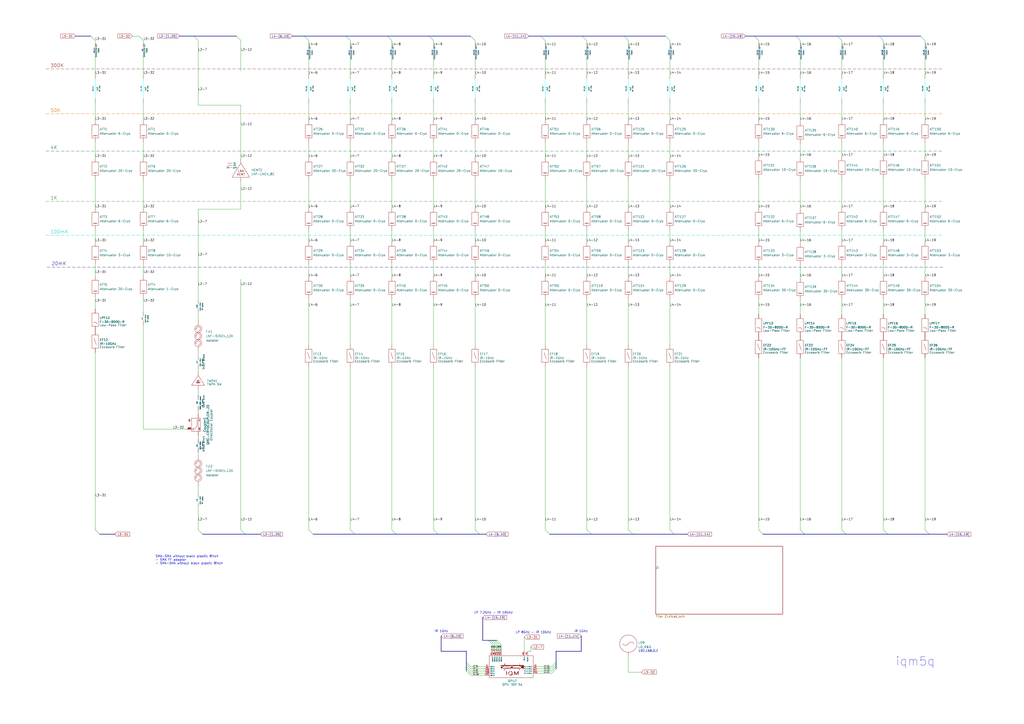
<source format=kicad_sch>
(kicad_sch (version 20230121) (generator eeschema)
  (paper "A2")
  (title_block (title "XLD Setup Q2 2023") (date "2023-06-14") (company "Technology Innovation Institute"))
  (no_connect (at 132.08 97.155))
  (bus_entry (at 536.575 307.34) (size 2.54 2.54))
  (bus_entry (at 270.51 384.175) (size 2.54 2.54))
  (bus_entry (at 270.51 386.715) (size 2.54 2.54))
  (bus_entry (at 139.7 23.495) (size -2.54 -2.54))
  (bus_entry (at 322.58 385.445) (size -2.54 2.54))
  (bus_entry (at 322.58 384.175) (size -2.54 2.54))
  (bus_entry (at 287.02 371.475) (size 2.54 2.54))
  (bus_entry (at 364.49 307.34) (size 2.54 2.54))
  (bus_entry (at 322.58 387.985) (size -2.54 2.54))
  (bus_entry (at 512.445 23.495) (size -2.54 -2.54))
  (bus_entry (at 270.51 385.445) (size 2.54 2.54))
  (bus_entry (at 284.48 371.475) (size 2.54 2.54))
  (bus_entry (at 251.46 23.495) (size -2.54 -2.54))
  (bus_entry (at 203.2 307.34) (size 2.54 2.54))
  (bus_entry (at 55.245 307.34) (size 2.54 2.54))
  (bus_entry (at 488.315 23.495) (size -2.54 -2.54))
  (bus_entry (at 440.055 23.495) (size -2.54 -2.54))
  (bus_entry (at 227.33 23.495) (size -2.54 -2.54))
  (bus_entry (at 464.185 23.495) (size -2.54 -2.54))
  (bus_entry (at 114.935 23.495) (size -2.54 -2.54))
  (bus_entry (at 340.36 307.34) (size 2.54 2.54))
  (bus_entry (at 139.7 307.34) (size 2.54 2.54))
  (bus_entry (at 203.2 23.495) (size -2.54 -2.54))
  (bus_entry (at 285.75 371.475) (size 2.54 2.54))
  (bus_entry (at 55.245 23.495) (size -2.54 -2.54))
  (bus_entry (at 275.59 307.34) (size 2.54 2.54))
  (bus_entry (at 322.58 386.715) (size -2.54 2.54))
  (bus_entry (at 179.07 307.34) (size 2.54 2.54))
  (bus_entry (at 114.935 307.34) (size 2.54 2.54))
  (bus_entry (at 388.62 307.34) (size 2.54 2.54))
  (bus_entry (at 440.055 307.34) (size 2.54 2.54))
  (bus_entry (at 227.33 307.34) (size 2.54 2.54))
  (bus_entry (at 316.23 23.495) (size -2.54 -2.54))
  (bus_entry (at 275.59 23.495) (size -2.54 -2.54))
  (bus_entry (at 364.49 23.495) (size -2.54 -2.54))
  (bus_entry (at 288.29 371.475) (size 2.54 2.54))
  (bus_entry (at 512.445 307.34) (size 2.54 2.54))
  (bus_entry (at 270.51 389.255) (size 2.54 2.54))
  (bus_entry (at 270.51 387.985) (size 2.54 2.54))
  (bus_entry (at 488.315 307.34) (size 2.54 2.54))
  (bus_entry (at 179.07 23.495) (size -2.54 -2.54))
  (bus_entry (at 251.46 307.34) (size 2.54 2.54))
  (bus_entry (at 536.575 23.495) (size -2.54 -2.54))
  (bus_entry (at 464.185 307.34) (size 2.54 2.54))
  (bus_entry (at 283.21 371.475) (size 2.54 2.54))
  (bus_entry (at 83.185 23.495) (size -2.54 -2.54))
  (bus_entry (at 340.36 23.495) (size -2.54 -2.54))
  (bus_entry (at 388.62 23.495) (size -2.54 -2.54))
  (bus_entry (at 316.23 307.34) (size 2.54 2.54))
  (wire (pts (xy 464.185 207.645) (xy 464.185 307.34)))
  (bus (pts (xy 322.58 386.715) (xy 322.58 385.445)))
  (wire (pts (xy 139.7 105.41) (xy 139.7 121.285)))
  (wire (pts (xy 440.055 34.29) (xy 440.055 43.18)))
  (polyline (pts (xy 26.67 40.005) (xy 546.735 40.005)) (stroke (width 0) (type dash_dot) (color 132 0 0 1)))
  (bus (pts (xy 142.24 309.88) (xy 151.13 309.88)))
  (bus (pts (xy 200.66 20.955) (xy 176.53 20.955)))
  (polyline (pts (xy 27.305 154.94) (xy 547.37 154.94)) (stroke (width 0) (type dash_dot) (color 0 0 132 1)))
  (wire (pts (xy 179.07 59.69) (xy 179.07 69.85)))
  (wire (pts (xy 114.935 254.635) (xy 114.935 252.73)))
  (wire (pts (xy 114.935 23.495) (xy 114.935 60.96)))
  (wire (pts (xy 275.59 104.14) (xy 275.59 120.65)))
  (wire (pts (xy 488.315 103.505) (xy 488.315 120.65)))
  (bus (pts (xy 442.595 309.88) (xy 466.725 309.88)))
  (wire (pts (xy 203.2 59.69) (xy 203.2 69.85)))
  (bus (pts (xy 322.58 384.175) (xy 322.58 377.825)))
  (wire (pts (xy 83.185 172.72) (xy 83.185 180.975)))
  (wire (pts (xy 203.2 153.035) (xy 203.2 160.655)))
  (bus (pts (xy 104.14 20.955) (xy 112.395 20.955)))
  (wire (pts (xy 536.575 133.35) (xy 536.575 140.335)))
  (bus (pts (xy 337.185 368.935) (xy 337.185 377.825)))
  (bus (pts (xy 485.775 20.955) (xy 461.645 20.955)))
  (wire (pts (xy 512.445 23.495) (xy 512.445 26.67)))
  (wire (pts (xy 364.49 104.14) (xy 364.49 120.65)))
  (bus (pts (xy 248.92 20.955) (xy 224.79 20.955)))
  (wire (pts (xy 536.575 103.505) (xy 536.575 120.65)))
  (wire (pts (xy 316.23 23.495) (xy 316.23 26.67)))
  (wire (pts (xy 512.445 153.035) (xy 512.445 160.655)))
  (bus (pts (xy 181.61 309.88) (xy 205.74 309.88)))
  (wire (pts (xy 114.935 281.94) (xy 114.935 286.385)))
  (wire (pts (xy 488.315 59.69) (xy 488.315 69.85)))
  (wire (pts (xy 179.07 173.355) (xy 179.07 200.025)))
  (bus (pts (xy 342.9 309.88) (xy 367.03 309.88)))
  (wire (pts (xy 251.46 173.355) (xy 251.46 200.025)))
  (wire (pts (xy 464.185 83.185) (xy 464.185 91.44)))
  (bus (pts (xy 337.82 20.955) (xy 313.69 20.955)))
  (wire (pts (xy 536.575 59.69) (xy 536.575 69.85)))
  (bus (pts (xy 273.05 20.955) (xy 248.92 20.955)))
  (wire (pts (xy 179.07 104.14) (xy 179.07 120.65)))
  (wire (pts (xy 179.07 153.035) (xy 179.07 160.655)))
  (wire (pts (xy 464.185 173.99) (xy 464.185 182.245)))
  (bus (pts (xy 322.58 387.985) (xy 322.58 386.715)))
  (wire (pts (xy 372.11 389.89) (xy 364.49 389.89)))
  (wire (pts (xy 488.315 82.55) (xy 488.315 90.805)))
  (wire (pts (xy 464.185 104.14) (xy 464.185 121.285)))
  (bus (pts (xy 255.905 368.935) (xy 255.905 377.825)))
  (wire (pts (xy 388.62 104.14) (xy 388.62 120.65)))
  (wire (pts (xy 203.2 104.14) (xy 203.2 120.65)))
  (wire (pts (xy 227.33 212.725) (xy 227.33 307.34)))
  (wire (pts (xy 464.185 34.29) (xy 464.185 43.18)))
  (bus (pts (xy 137.16 20.955) (xy 112.395 20.955)))
  (wire (pts (xy 203.2 82.55) (xy 203.2 91.44)))
  (wire (pts (xy 227.33 173.355) (xy 227.33 200.025)))
  (wire (pts (xy 388.62 153.035) (xy 388.62 160.655)))
  (wire (pts (xy 512.445 133.35) (xy 512.445 140.335)))
  (wire (pts (xy 83.185 82.55) (xy 83.185 91.44)))
  (wire (pts (xy 227.33 23.495) (xy 227.33 26.67)))
  (wire (pts (xy 55.245 153.035) (xy 55.245 160.02)))
  (wire (pts (xy 83.185 33.02) (xy 83.185 43.18)))
  (polyline (pts (xy 26.67 116.84) (xy 546.735 116.84)) (stroke (width 0) (type dash_dot) (color 0 132 0 1)))
  (wire (pts (xy 227.33 59.69) (xy 227.33 69.85)))
  (wire (pts (xy 320.04 386.715) (xy 311.785 386.715)))
  (wire (pts (xy 114.935 213.995) (xy 114.935 215.265)))
  (wire (pts (xy 114.935 294.005) (xy 114.935 307.34)))
  (wire (pts (xy 179.07 23.495) (xy 179.07 26.67)))
  (bus (pts (xy 283.21 371.475) (xy 280.035 371.475)))
  (bus (pts (xy 57.785 309.88) (xy 66.675 309.88)))
  (wire (pts (xy 340.36 82.55) (xy 340.36 91.44)))
  (wire (pts (xy 488.315 34.29) (xy 488.315 43.18)))
  (wire (pts (xy 55.245 82.55) (xy 55.245 91.44)))
  (wire (pts (xy 388.62 34.29) (xy 388.62 43.18)))
  (bus (pts (xy 322.58 385.445) (xy 322.58 384.175)))
  (bus (pts (xy 490.855 309.88) (xy 514.985 309.88)))
  (wire (pts (xy 273.05 391.795) (xy 281.305 391.795)))
  (wire (pts (xy 203.2 133.35) (xy 203.2 140.335)))
  (wire (pts (xy 139.7 23.495) (xy 139.7 41.275)))
  (wire (pts (xy 440.055 207.645) (xy 440.055 307.34)))
  (wire (pts (xy 388.62 23.495) (xy 388.62 26.67)))
  (wire (pts (xy 488.315 207.645) (xy 488.315 307.34)))
  (wire (pts (xy 340.36 59.69) (xy 340.36 69.85)))
  (wire (pts (xy 307.975 377.825) (xy 306.07 377.825)))
  (wire (pts (xy 83.185 133.35) (xy 83.185 140.335)))
  (wire (pts (xy 512.445 207.645) (xy 512.445 307.34)))
  (wire (pts (xy 83.185 153.035) (xy 83.185 160.02)))
  (wire (pts (xy 251.46 34.29) (xy 251.46 43.18)))
  (wire (pts (xy 55.245 23.495) (xy 55.245 25.4)))
  (wire (pts (xy 340.36 212.725) (xy 340.36 307.34)))
  (wire (pts (xy 83.185 104.14) (xy 83.185 120.65)))
  (wire (pts (xy 536.575 173.355) (xy 536.575 182.245)))
  (wire (pts (xy 285.75 374.015) (xy 285.75 377.825)))
  (wire (pts (xy 273.05 387.985) (xy 281.305 387.985)))
  (bus (pts (xy 386.08 20.955) (xy 361.95 20.955)))
  (bus (pts (xy 270.51 387.985) (xy 270.51 386.715)))
  (wire (pts (xy 388.62 59.69) (xy 388.62 69.85)))
  (wire (pts (xy 340.36 153.035) (xy 340.36 160.655)))
  (wire (pts (xy 340.36 133.35) (xy 340.36 140.335)))
  (wire (pts (xy 364.49 34.29) (xy 364.49 43.18)))
  (wire (pts (xy 203.2 212.725) (xy 203.2 307.34)))
  (wire (pts (xy 364.49 389.89) (xy 364.49 381)))
  (wire (pts (xy 273.05 390.525) (xy 281.305 390.525)))
  (wire (pts (xy 440.055 82.55) (xy 440.055 90.805)))
  (wire (pts (xy 512.445 34.29) (xy 512.445 43.18)))
  (bus (pts (xy 287.02 371.475) (xy 285.75 371.475)))
  (wire (pts (xy 364.49 133.35) (xy 364.49 140.335)))
  (wire (pts (xy 290.83 374.015) (xy 290.83 377.825)))
  (bus (pts (xy 337.185 377.825) (xy 322.58 377.825)))
  (wire (pts (xy 251.46 153.035) (xy 251.46 160.655)))
  (wire (pts (xy 179.07 34.29) (xy 179.07 43.18)))
  (wire (pts (xy 488.315 23.495) (xy 488.315 26.67)))
  (wire (pts (xy 55.245 172.72) (xy 55.245 179.07)))
  (wire (pts (xy 287.02 374.015) (xy 287.02 377.825)))
  (wire (pts (xy 388.62 212.725) (xy 388.62 307.34)))
  (wire (pts (xy 307.975 375.285) (xy 307.975 377.825)))
  (wire (pts (xy 440.055 133.35) (xy 440.055 140.335)))
  (wire (pts (xy 251.46 104.14) (xy 251.46 120.65)))
  (wire (pts (xy 251.46 59.69) (xy 251.46 69.85)))
  (wire (pts (xy 139.7 161.925) (xy 139.7 307.34)))
  (wire (pts (xy 388.62 133.35) (xy 388.62 140.335)))
  (wire (pts (xy 464.185 23.495) (xy 464.185 26.67)))
  (wire (pts (xy 340.36 34.29) (xy 340.36 43.18)))
  (wire (pts (xy 488.315 153.035) (xy 488.315 160.655)))
  (wire (pts (xy 114.935 262.255) (xy 114.935 264.16)))
  (wire (pts (xy 114.935 181.61) (xy 114.935 186.055)))
  (wire (pts (xy 275.59 133.35) (xy 275.59 140.335)))
  (wire (pts (xy 536.575 34.29) (xy 536.575 43.18)))
  (wire (pts (xy 55.245 104.14) (xy 55.245 120.65)))
  (wire (pts (xy 83.185 248.92) (xy 108.585 248.92)))
  (wire (pts (xy 536.575 82.55) (xy 536.575 90.805)))
  (wire (pts (xy 114.935 203.835) (xy 114.935 206.375)))
  (bus (pts (xy 514.985 309.88) (xy 539.115 309.88)))
  (wire (pts (xy 512.445 59.69) (xy 512.445 69.85)))
  (wire (pts (xy 320.04 390.525) (xy 311.785 390.525)))
  (wire (pts (xy 227.33 34.29) (xy 227.33 43.18)))
  (bus (pts (xy 288.29 371.475) (xy 287.02 371.475)))
  (wire (pts (xy 275.59 23.495) (xy 275.59 26.67)))
  (wire (pts (xy 227.33 153.035) (xy 227.33 160.655)))
  (wire (pts (xy 536.575 207.645) (xy 536.575 307.34)))
  (wire (pts (xy 440.055 59.69) (xy 440.055 69.85)))
  (bus (pts (xy 280.035 358.14) (xy 280.035 371.475)))
  (wire (pts (xy 464.185 153.67) (xy 464.185 161.29)))
  (wire (pts (xy 179.07 212.725) (xy 179.07 307.34)))
  (bus (pts (xy 43.815 20.955) (xy 52.705 20.955)))
  (wire (pts (xy 316.23 59.69) (xy 316.23 69.85)))
  (bus (pts (xy 461.645 20.955) (xy 437.515 20.955)))
  (bus (pts (xy 270.51 386.715) (xy 270.51 385.445)))
  (wire (pts (xy 364.49 59.69) (xy 364.49 69.85)))
  (wire (pts (xy 320.04 387.985) (xy 311.785 387.985)))
  (wire (pts (xy 440.055 103.505) (xy 440.055 120.65)))
  (wire (pts (xy 55.245 133.35) (xy 55.245 140.335)))
  (bus (pts (xy 117.475 309.88) (xy 142.24 309.88)))
  (wire (pts (xy 275.59 59.69) (xy 275.59 69.85)))
  (bus (pts (xy 284.48 371.475) (xy 283.21 371.475)))
  (bus (pts (xy 367.03 309.88) (xy 391.16 309.88)))
  (wire (pts (xy 251.46 23.495) (xy 251.46 26.67)))
  (wire (pts (xy 488.315 173.355) (xy 488.315 182.245)))
  (wire (pts (xy 227.33 104.14) (xy 227.33 120.65)))
  (wire (pts (xy 464.185 59.69) (xy 464.185 70.485)))
  (bus (pts (xy 361.95 20.955) (xy 337.82 20.955)))
  (wire (pts (xy 114.935 226.06) (xy 114.935 229.235)))
  (wire (pts (xy 273.05 386.715) (xy 281.305 386.715)))
  (bus (pts (xy 391.16 309.88) (xy 398.78 309.88)))
  (wire (pts (xy 55.245 59.69) (xy 55.245 69.85)))
  (wire (pts (xy 179.07 82.55) (xy 179.07 91.44)))
  (wire (pts (xy 114.935 121.285) (xy 114.935 173.99)))
  (wire (pts (xy 275.59 173.355) (xy 275.59 200.025)))
  (wire (pts (xy 512.445 103.505) (xy 512.445 120.65)))
  (wire (pts (xy 340.36 104.14) (xy 340.36 120.65)))
  (wire (pts (xy 536.575 153.035) (xy 536.575 160.655)))
  (wire (pts (xy 227.33 133.35) (xy 227.33 140.335)))
  (wire (pts (xy 139.7 60.96) (xy 139.7 92.075)))
  (wire (pts (xy 440.055 23.495) (xy 440.055 26.67)))
  (wire (pts (xy 320.04 389.255) (xy 311.785 389.255)))
  (wire (pts (xy 179.07 133.35) (xy 179.07 140.335)))
  (wire (pts (xy 83.185 59.69) (xy 83.185 69.85)))
  (wire (pts (xy 275.59 212.725) (xy 275.59 307.34)))
  (wire (pts (xy 76.835 20.955) (xy 80.645 20.955)))
  (wire (pts (xy 388.62 82.55) (xy 388.62 91.44)))
  (bus (pts (xy 278.13 309.88) (xy 281.94 309.88)))
  (wire (pts (xy 275.59 34.29) (xy 275.59 43.18)))
  (wire (pts (xy 316.23 104.14) (xy 316.23 120.65)))
  (wire (pts (xy 304.165 369.57) (xy 304.165 377.825)))
  (wire (pts (xy 316.23 34.29) (xy 316.23 43.18)))
  (wire (pts (xy 251.46 82.55) (xy 251.46 91.44)))
  (wire (pts (xy 364.49 23.495) (xy 364.49 26.67)))
  (wire (pts (xy 388.62 173.355) (xy 388.62 200.025)))
  (wire (pts (xy 289.56 374.015) (xy 289.56 377.825)))
  (wire (pts (xy 251.46 212.725) (xy 251.46 307.34)))
  (bus (pts (xy 254 309.88) (xy 278.13 309.88)))
  (wire (pts (xy 251.46 133.35) (xy 251.46 140.335)))
  (wire (pts (xy 316.23 133.35) (xy 316.23 140.335)))
  (wire (pts (xy 83.185 23.495) (xy 83.185 25.4)))
  (bus (pts (xy 229.87 309.88) (xy 254 309.88)))
  (wire (pts (xy 440.055 173.355) (xy 440.055 182.245)))
  (wire (pts (xy 55.245 204.47) (xy 55.245 307.34)))
  (wire (pts (xy 114.935 121.285) (xy 139.7 121.285)))
  (polyline (pts (xy 26.67 87.63) (xy 546.735 87.63)) (stroke (width 0) (type dash_dot) (color 0 72 72 1)))
  (bus (pts (xy 539.115 309.88) (xy 549.275 309.88)))
  (wire (pts (xy 340.36 173.355) (xy 340.36 200.025)))
  (bus (pts (xy 176.53 20.955) (xy 169.545 20.955)))
  (wire (pts (xy 512.445 173.355) (xy 512.445 182.245)))
  (wire (pts (xy 114.935 238.125) (xy 114.935 240.03)))
  (wire (pts (xy 275.59 82.55) (xy 275.59 91.44)))
  (wire (pts (xy 83.185 188.595) (xy 83.185 248.92)))
  (bus (pts (xy 270.51 385.445) (xy 270.51 384.175)))
  (wire (pts (xy 316.23 212.725) (xy 316.23 307.34)))
  (wire (pts (xy 364.49 173.355) (xy 364.49 200.025)))
  (bus (pts (xy 534.035 20.955) (xy 509.905 20.955)))
  (bus (pts (xy 224.79 20.955) (xy 200.66 20.955)))
  (wire (pts (xy 273.05 389.255) (xy 281.305 389.255)))
  (wire (pts (xy 536.575 23.495) (xy 536.575 26.67)))
  (wire (pts (xy 316.23 173.355) (xy 316.23 200.025)))
  (wire (pts (xy 440.055 153.035) (xy 440.055 160.655)))
  (polyline (pts (xy 26.67 136.525) (xy 546.735 136.525)) (stroke (width 0) (type dash_dot) (color 0 194 194 1)))
  (wire (pts (xy 203.2 173.355) (xy 203.2 200.025)))
  (bus (pts (xy 318.77 309.88) (xy 342.9 309.88)))
  (wire (pts (xy 316.23 82.55) (xy 316.23 91.44)))
  (bus (pts (xy 466.725 309.88) (xy 490.855 309.88)))
  (bus (pts (xy 270.51 384.175) (xy 270.51 377.825)))
  (wire (pts (xy 288.29 374.015) (xy 288.29 377.825)))
  (wire (pts (xy 464.185 133.985) (xy 464.185 140.97)))
  (bus (pts (xy 509.905 20.955) (xy 485.775 20.955)))
  (bus (pts (xy 313.69 20.955) (xy 306.705 20.955)))
  (bus (pts (xy 205.74 309.88) (xy 229.87 309.88)))
  (polyline (pts (xy 26.67 66.04) (xy 546.735 66.04)) (stroke (width 0) (type dash_dot) (color 204 102 0 1)))
  (wire (pts (xy 364.49 153.035) (xy 364.49 160.655)))
  (wire (pts (xy 227.33 82.55) (xy 227.33 91.44)))
  (wire (pts (xy 488.315 133.35) (xy 488.315 140.335)))
  (bus (pts (xy 255.905 377.825) (xy 270.51 377.825)))
  (wire (pts (xy 364.49 212.725) (xy 364.49 307.34)))
  (wire (pts (xy 203.2 23.495) (xy 203.2 26.67)))
  (wire (pts (xy 340.36 23.495) (xy 340.36 26.67)))
  (bus (pts (xy 437.515 20.955) (xy 432.435 20.955)))
  (wire (pts (xy 364.49 82.55) (xy 364.49 91.44)))
  (wire (pts (xy 512.445 82.55) (xy 512.445 90.805)))
  (wire (pts (xy 55.245 33.02) (xy 55.245 43.18)))
  (wire (pts (xy 203.2 34.29) (xy 203.2 43.18)))
  (bus (pts (xy 270.51 389.255) (xy 270.51 387.985)))
  (wire (pts (xy 316.23 153.035) (xy 316.23 160.655)))
  (wire (pts (xy 114.935 60.96) (xy 139.7 60.96)))
  (wire (pts (xy 275.59 153.035) (xy 275.59 160.655)))
  (bus (pts (xy 285.75 371.475) (xy 284.48 371.475)))
  (text "300K" (at 29.21 39.37 0) (effects (font (size 2 2)) (justify left bottom)))
  (text "192.168.0.?\n" (at 370.205 378.46 0) (effects (font (size 1.27 1.27)) (justify left bottom)))
  (text "LP 8GHz - IR 10GHz" (at 299.085 367.665 0) (effects (font (size 1.27 1.27)) (justify left bottom)))
  (text "100mK" (at 29.21 135.89 0) (effects (font (size 2 2)) (justify left bottom)))
  (text "LP 7.2GHz - IR 10GHz" (at 274.955 356.235 0) (effects (font (size 1.27 1.27)) (justify left bottom)))
  (text "IR 1GHz" (at 252.095 367.03 0) (effects (font (size 1.27 1.27)) (justify left bottom)))
  (text "Steel one\n" (at 118.745 236.855 90) (effects (font (size 1 1)) (justify left bottom)))
  (text "4K" (at 29.21 86.995 0) (effects (font (size 2 2)) (justify left bottom)))
  (text "SMA-SMA without black plastic 8inch \n- SMA FF adaptor \n- SMA-SMA without black plastic 8inch" (at 90.17 327.66 0) (effects (font (size 1.27 1.27)) (justify left bottom)))
  (text "50K" (at 29.21 65.405 0) (effects (font (size 2 2)) (justify left bottom)))
  (text "1K" (at 29.21 116.205 0) (effects (font (size 2 2)) (justify left bottom)))
  (text "IR 1GHz" (at 340.995 367.03 0) (effects (font (size 1.27 1.27)) (justify right bottom)))
  (text "Brass 8inch" (at 118.745 262.255 90) (effects (font (size 1 1)) (justify left bottom)))
  (text "20mK" (at 29.845 154.305 0) (effects (font (size 2 2)) (justify left bottom)))
  (text "iqm5q" (at 519.43 386.715 0) (effects (font (size 5 5)) (justify left bottom)))
  (text "Short Brass" (at 118.745 214.63 90) (effects (font (size 1 1)) (justify left bottom)))
  (label "L4-16" (at 287.02 377.825 90) (effects (font (size 0.64 0.64))))
  (label "L2-12" (at 139.7 91.44 0))
  (label "L4-10" (at 275.59 160.655 0))
  (label "L3-32" (at 100.33 248.92 0))
  (label "L2-12" (at 139.7 29.845 0))
  (label "L4-19" (at 536.575 120.65 0))
  (label "L4-7" (at 203.2 120.65 0))
  (label "L3-32" (at 83.185 140.335 0))
  (label "L4-8" (at 227.33 69.85 0))
  (label "L4-12" (at 318.77 387.985 180) (effects (font (size 0.64 0.64))))
  (label "L3-31" (at 55.245 288.29 0))
  (label "L3-31" (at 55.245 23.495 0))
  (label "L2-12" (at 139.7 165.735 0))
  (label "L4-11" (at 316.23 177.8 0))
  (label "L4-19" (at 536.575 177.8 0))
  (label "L4-16" (at 464.185 177.8 0))
  (label "L4-11" (at 316.23 302.26 0))
  (label "L4-19" (at 536.575 160.655 0))
  (label "L3-32" (at 83.185 158.75 0))
  (label "L4-8" (at 227.33 302.26 0))
  (label "L4-10" (at 274.32 391.795 0) (effects (font (size 0.64 0.64))))
  (label "L3-31" (at 55.245 43.18 0))
  (label "L4-18" (at 512.445 43.18 0))
  (label "L4-6" (at 179.07 26.67 0))
  (label "L4-16" (at 464.185 90.805 0))
  (label "L2-7" (at 114.935 165.735 0))
  (label "L4-8" (at 227.33 43.18 0))
  (label "L4-6" (at 179.07 302.26 0))
  (label "L4-14" (at 388.62 69.85 0))
  (label "L4-6" (at 179.07 140.335 0))
  (label "L4-11" (at 316.23 91.44 0))
  (label "L4-15" (at 440.055 120.65 0))
  (label "L4-6" (at 179.07 120.65 0))
  (label "L4-8" (at 227.33 26.67 0))
  (label "L4-9" (at 274.32 390.525 0) (effects (font (size 0.64 0.64))))
  (label "L4-6" (at 179.07 160.655 0))
  (label "L4-11" (at 316.23 43.18 0))
  (label "L4-14" (at 388.62 120.65 0))
  (label "L4-15" (at 440.055 160.655 0))
  (label "L4-13" (at 364.49 160.655 0))
  (label "L4-17" (at 488.315 302.26 0))
  (label "L4-6" (at 179.07 69.85 0))
  (label "L4-17" (at 488.315 140.335 0))
  (label "L4-13" (at 364.49 140.335 0))
  (label "L4-17" (at 488.315 26.67 0))
  (label "L4-16" (at 464.185 302.26 0))
  (label "L4-8" (at 227.33 140.335 0))
  (label "L4-18" (at 512.445 26.67 0))
  (label "L4-17" (at 488.315 69.85 0))
  (label "L4-12" (at 340.36 120.65 0))
  (label "L2-12" (at 139.7 110.49 0))
  (label "L4-19" (at 290.83 377.825 90) (effects (font (size 0.64 0.64))))
  (label "L4-14" (at 388.62 140.335 0))
  (label "L3-31" (at 55.245 91.44 0))
  (label "L4-16" (at 464.185 43.18 0))
  (label "L4-7" (at 203.2 26.67 0))
  (label "L4-9" (at 251.46 160.655 0))
  (label "L4-11" (at 316.23 160.655 0))
  (label "L4-13" (at 364.49 91.44 0))
  (label "L4-16" (at 464.185 69.85 0))
  (label "L4-17" (at 288.29 377.825 90) (effects (font (size 0.64 0.64))))
  (label "L4-19" (at 536.575 140.335 0))
  (label "L4-18" (at 289.56 377.825 90) (effects (font (size 0.64 0.64))))
  (label "L3-32" (at 83.185 91.44 0))
  (label "L4-18" (at 512.445 177.8 0))
  (label "L4-10" (at 275.59 120.65 0))
  (label "L2-7" (at 114.935 29.845 0))
  (label "L4-15" (at 285.75 377.825 90) (effects (font (size 0.64 0.64))))
  (label "L4-9" (at 251.46 120.65 0))
  (label "L4-7" (at 203.2 140.335 0))
  (label "L4-8" (at 227.33 160.655 0))
  (label "L4-8" (at 227.33 91.44 0))
  (label "L4-7" (at 203.2 43.18 0))
  (label "L4-18" (at 512.445 120.65 0))
  (label "L4-15" (at 440.055 177.8 0))
  (label "L4-12" (at 340.36 160.655 0))
  (label "L4-10" (at 275.59 69.85 0))
  (label "L4-9" (at 251.46 43.18 0))
  (label "L4-9" (at 251.46 302.26 0))
  (label "L4-10" (at 275.59 26.67 0))
  (label "L4-13" (at 364.49 177.8 0))
  (label "L4-11" (at 316.23 120.65 0))
  (label "L4-8" (at 227.33 120.65 0))
  (label "L4-7" (at 203.2 177.8 0))
  (label "L4-14" (at 388.62 26.67 0))
  (label "L4-16" (at 464.185 26.67 0))
  (label "L4-7" (at 203.2 302.26 0))
  (label "L3-31" (at 55.245 120.65 0))
  (label "L4-8" (at 274.32 389.255 0) (effects (font (size 0.64 0.64))))
  (label "L2-7" (at 114.935 302.26 0))
  (label "L4-6" (at 179.07 43.18 0))
  (label "L4-9" (at 251.46 140.335 0))
  (label "L4-19" (at 536.575 90.805 0))
  (label "L2-7" (at 114.935 129.54 0))
  (label "L3-32" (at 83.185 175.26 0))
  (label "L3-31" (at 55.245 69.85 0))
  (label "L4-13" (at 364.49 302.26 0))
  (label "L4-9" (at 251.46 69.85 0))
  (label "L4-6" (at 179.07 91.44 0))
  (label "L4-12" (at 340.36 69.85 0))
  (label "L4-14" (at 318.77 390.525 180) (effects (font (size 0.64 0.64))))
  (label "L3-31" (at 55.245 158.75 0))
  (label "L4-13" (at 364.49 43.18 0))
  (label "L4-18" (at 512.445 302.26 0))
  (label "L4-14" (at 388.62 91.44 0))
  (label "L4-9" (at 251.46 26.67 0))
  (label "L2-12" (at 139.7 302.26 0))
  (label "L4-19" (at 536.575 43.18 0))
  (label "L4-7" (at 203.2 91.44 0))
  (label "L3-32" (at 83.185 69.85 0))
  (label "L4-6" (at 274.32 386.715 0) (effects (font (size 0.64 0.64))))
  (label "L4-12" (at 340.36 140.335 0))
  (label "L4-15" (at 440.055 140.335 0))
  (label "L4-15" (at 440.055 26.67 0))
  (label "L4-15" (at 440.055 69.85 0))
  (label "L3-31" (at 55.245 175.26 0))
  (label "L4-14" (at 388.62 160.655 0))
  (label "L2-12" (at 139.7 73.025 0))
  (label "L4-17" (at 488.315 160.655 0))
  (label "L3-32" (at 83.185 120.65 0))
  (label "L4-13" (at 318.77 389.255 180) (effects (font (size 0.64 0.64))))
  (label "L4-12" (at 340.36 43.18 0))
  (label "L4-6" (at 179.07 177.8 0))
  (label "L4-10" (at 275.59 140.335 0))
  (label "L4-8" (at 227.33 177.8 0))
  (label "L4-14" (at 388.62 302.26 0))
  (label "L4-12" (at 340.36 302.26 0))
  (label "L4-19" (at 536.575 69.85 0))
  (label "L4-10" (at 275.59 43.18 0))
  (label "L4-18" (at 512.445 140.335 0))
  (label "L4-12" (at 340.36 26.67 0))
  (label "L3-32" (at 83.185 23.495 0))
  (label "L4-16" (at 464.185 140.335 0))
  (label "L4-18" (at 512.445 160.655 0))
  (label "L4-9" (at 251.46 91.44 0))
  (label "L4-17" (at 488.315 120.65 0))
  (label "L4-14" (at 388.62 43.18 0))
  (label "L4-16" (at 464.185 120.65 0))
  (label "L4-16" (at 464.185 160.655 0))
  (label "L4-17" (at 488.315 177.8 0))
  (label "L4-10" (at 275.59 91.44 0))
  (label "L4-19" (at 536.575 26.67 0))
  (label "L4-10" (at 275.59 177.8 0))
  (label "L4-17" (at 488.315 43.18 0))
  (label "L4-14" (at 388.62 177.8 0))
  (label "L4-11" (at 318.77 386.715 180) (effects (font (size 0.64 0.64))))
  (label "L4-7" (at 203.2 69.85 0))
  (label "L2-7" (at 114.935 52.705 0))
  (label "L4-13" (at 364.49 26.67 0))
  (label "L4-12" (at 340.36 91.44 0))
  (label "L4-11" (at 316.23 140.335 0))
  (label "L4-11" (at 316.23 69.85 0))
  (label "L4-15" (at 440.055 302.26 0))
  (label "L2-7" (at 114.935 148.59 0))
  (label "L4-17" (at 488.315 90.805 0))
  (label "L4-13" (at 364.49 120.65 0))
  (label "L4-11" (at 316.23 26.67 0))
  (label "L4-9" (at 251.46 177.8 0))
  (label "L4-10" (at 275.59 302.26 0))
  (label "L4-18" (at 512.445 90.805 0))
  (label "L3-31" (at 55.245 140.335 0))
  (label "L4-12" (at 340.36 177.8 0))
  (label "L4-7" (at 274.32 387.985 0) (effects (font (size 0.64 0.64))))
  (label "L3-32" (at 83.185 43.18 0))
  (label "L4-18" (at 512.445 69.85 0))
  (label "L4-13" (at 364.49 69.85 0))
  (label "L4-19" (at 536.575 302.26 0))
  (label "L4-15" (at 440.055 43.18 0))
  (label "L4-15" (at 440.055 90.805 0))
  (label "L4-7" (at 203.2 160.655 0))
  (global_label "L2-[1..25]" (shape input) (at 151.13 309.88 0) (property "Intersheetrefs" "${INTERSHEET_REFS}" (effects hide)))
  (global_label "L4-[15..19]" (shape input) (at 432.435 20.955 180) (property "Intersheetrefs" "${INTERSHEET_REFS}" (effects hide)))
  (global_label "L3-31" (shape input) (at 43.815 20.955 180) (property "Intersheetrefs" "${INTERSHEET_REFS}" (effects hide)))
  (global_label "L3-32" (shape input) (at 372.11 389.89 0) (property "Intersheetrefs" "${INTERSHEET_REFS}" (effects hide)))
  (global_label "L4-[6..10]" (shape input) (at 255.905 368.935 0) (property "Intersheetrefs" "${INTERSHEET_REFS}" (effects hide)))
  (global_label "L4-[6..10]" (shape input) (at 169.545 20.955 180) (property "Intersheetrefs" "${INTERSHEET_REFS}" (effects hide)))
  (global_label "L4-[15..19]" (shape input) (at 280.035 358.14 0) (property "Intersheetrefs" "${INTERSHEET_REFS}" (effects hide)))
  (global_label "L3-32" (shape input) (at 76.835 20.955 180) (property "Intersheetrefs" "${INTERSHEET_REFS}" (effects hide)))
  (global_label "L4-[15..19]" (shape input) (at 549.275 309.88 0) (property "Intersheetrefs" "${INTERSHEET_REFS}" (effects hide)))
  (global_label "L2-[1..25]" (shape input) (at 104.14 20.955 180) (property "Intersheetrefs" "${INTERSHEET_REFS}" (effects hide)))
  (global_label "L4-[11..14]" (shape input) (at 337.185 368.935 180) (property "Intersheetrefs" "${INTERSHEET_REFS}" (effects hide)))
  (global_label "L4-[11..14]" (shape input) (at 398.78 309.88 0) (property "Intersheetrefs" "${INTERSHEET_REFS}" (effects hide)))
  (global_label "L3-31" (shape input) (at 66.675 309.88 0) (property "Intersheetrefs" "${INTERSHEET_REFS}" (effects hide)))
  (global_label "L4-[6..10]" (shape input) (at 281.94 309.88 0) (property "Intersheetrefs" "${INTERSHEET_REFS}" (effects hide)))
  (global_label "L2-7" (shape input) (at 307.975 375.285 0) (property "Intersheetrefs" "${INTERSHEET_REFS}" (effects hide)))
  (global_label "L3-31" (shape input) (at 304.165 369.57 0) (property "Intersheetrefs" "${INTERSHEET_REFS}" (effects hide)))
  (global_label "L4-[11..14]" (shape input) (at 306.705 20.955 180) (property "Intersheetrefs" "${INTERSHEET_REFS}" (effects hide)))
  (symbol (lib_id "Quantum Computing:RF Line NbTi") (at 227.33 51.435 90) (unit 1)
    (property "Reference" "RFL18" (at 226.06 51.435 0) (effects (font (size 0.64 0.64))))
    (property "Value" "NbTi" (at 228.6 51.435 0) (effects (font (size 0.64 0.64))))
  )
  (symbol (lib_id "Quantum Computing:Directional Coupler QMC-CRYOCOUPLER-20") (at 114.935 246.38 90) (mirror x) (unit 1)
    (property "Reference" "Coupler1" (at 118.745 246.38 0))
    (property "Value" "QMC-CRYOCOUPLER-20" (at 120.65 246.38 0))
    (instances (project "Q2_2023" (path "" (reference "Coupler1") (unit 1)) (path "" (reference "Coupler2") (unit 1)) (path "" (reference "Coupler2") (unit 1))))
  )
  (symbol (lib_id "Quantum Computing:RF Line NbTi") (at 464.185 51.435 90) (unit 1)
    (property "Reference" "RFL26" (at 462.915 51.435 0) (effects (font (size 0.64 0.64))))
    (property "Value" "NbTi" (at 465.455 51.435 0) (effects (font (size 0.64 0.64))))
  )
  (symbol (lib_id "Quantum Computing:Attenuator 0-Cryo") (at 251.46 167.005 0) (unit 1) (on_board no)
    (property "Reference" "ATT45" (at 254 165.735 0) (effects (justify left)))
    (property "Value" "Attenuator 0-Cryo" (at 254 168.275 0) (effects (justify left)))
  )
  (symbol (lib_id "Quantum Computing:RF Cable SMA-SMA") (at 83.185 184.785 90) (unit 1)
    (property "Reference" "L:1" (at 82.55 184.785 0) (effects (font (size 0.64 0.64))))
    (property "Value" "SMA-SMA" (at 84.455 184.785 0) (effects (font (size 0.64 0.64))))
    (instances (project "Q2_2023" (path "" (reference "L:1") (unit 1)) (path "" (reference "L:145") (unit 1)) (path "" (reference "L:151") (unit 1))))
  )
  (symbol (lib_id "Quantum Computing:Filter Eccosorb IR-1GHz") (at 275.59 206.375 0) (unit 1) (on_board no)
    (property "Reference" "EF17" (at 278.09 205.359 0) (effects (justify left)))
    (property "Value" "IR-1GHz" (at 278.09 207.645 0) (effects (justify left)))
  )
  (symbol (lib_id "Quantum Computing:RF Cable Minicircuits-6FT") (at 227.33 30.48 90) (unit 1)
    (property "Reference" "CBL18" (at 226.695 30.48 0) (effects (font (size 0.64 0.64))))
    (property "Value" "Minicircuits-6FT" (at 227.965 30.48 0) (effects (font (size 0.64 0.64))))
  )
  (symbol (lib_id "Quantum Computing:Attenuator 0-Cryo") (at 316.23 127 0) (unit 1) (on_board no)
    (property "Reference" "ATT53" (at 318.77 125.73 0) (effects (justify left)))
    (property "Value" "Attenuator 0-Cryo" (at 318.77 128.27 0) (effects (justify left)))
  )
  (symbol (lib_id "Quantum Computing:Filter Eccosorb IR-1GHz") (at 388.62 206.375 0) (unit 1) (on_board no)
    (property "Reference" "EF21" (at 391.12 205.359 0) (effects (justify left)))
    (property "Value" "IR-1GHz" (at 391.12 207.645 0) (effects (justify left)))
  )
  (symbol (lib_id "Quantum Computing:Filter Low-Pass F-30-8000-R") (at 536.575 188.595 0) (unit 1) (on_board no)
    (property "Reference" "LPF17" (at 539.075 187.579 0) (effects (justify left)))
    (property "Value" "F-30-8000-R" (at 539.075 189.865 0) (effects (justify left)))
  )
  (symbol (lib_id "Quantum Computing:Attenuator 6-Cryo") (at 55.245 127 0) (unit 1) (on_board no)
    (property "Reference" "ATT3" (at 57.785 125.73 0) (effects (justify left)))
    (property "Value" "Attenuator 6-Cryo" (at 57.785 128.27 0) (effects (justify left)))
  )
  (symbol (lib_id "Quantum Computing:Attenuator 6-Cryo") (at 55.245 76.2 0) (unit 1) (on_board no)
    (property "Reference" "ATT1" (at 57.785 74.93 0) (effects (justify left)))
    (property "Value" "Attenuator 6-Cryo" (at 57.785 77.47 0) (effects (justify left)))
  )
  (symbol (lib_id "Quantum Computing:RF Line NbTi") (at 203.2 51.435 90) (unit 1)
    (property "Reference" "RFL17" (at 201.93 51.435 0) (effects (font (size 0.64 0.64))))
    (property "Value" "NbTi" (at 204.47 51.435 0) (effects (font (size 0.64 0.64))))
  )
  (symbol (lib_id "Quantum Computing:Attenuator 20-Cryo") (at 340.36 97.79 0) (unit 1) (on_board no)
    (property "Reference" "ATT57" (at 342.9 96.52 0) (effects (justify left)))
    (property "Value" "Attenuator 20-Cryo" (at 342.9 99.06 0) (effects (justify left)))
  )
  (symbol (lib_id "Quantum Computing:Isolator LNF-ISISC4_12A") (at 114.935 273.05 0) (unit 1) (on_board no)
    (property "Reference" "TJI2" (at 119.38 270.51 0) (effects (justify left)))
    (property "Value" "LNF-ISISC4_12A" (at 119.38 273.05 0) (effects (justify left)))
    (instances (project "Q2_2023" (path "" (reference "TJI2") (unit 1)) (path "" (reference "TJI4") (unit 1)) (path "" (reference "TJI4") (unit 1))))
  )
  (symbol (lib_id "Quantum Computing:Isolator LNF-ISISC4_12A") (at 114.935 194.945 0) (unit 1) (on_board no)
    (property "Reference" "TJI1" (at 119.38 192.405 0) (effects (justify left)))
    (property "Value" "LNF-ISISC4_12A" (at 119.38 194.945 0) (effects (justify left)))
    (instances (project "Q2_2023" (path "" (reference "TJI1") (unit 1)) (path "" (reference "TJI3") (unit 1)) (path "" (reference "TJI3") (unit 1))))
  )
  (symbol (lib_id "Quantum Computing:Attenuator 0-Cryo") (at 227.33 76.2 0) (unit 1) (on_board no)
    (property "Reference" "ATT36" (at 229.87 74.93 0) (effects (justify left)))
    (property "Value" "Attenuator 0-Cryo" (at 229.87 77.47 0) (effects (justify left)))
  )
  (symbol (lib_id "Quantum Computing:Filter Eccosorb IR-1GHz") (at 364.49 206.375 0) (unit 1) (on_board no)
    (property "Reference" "EF20" (at 366.99 205.359 0) (effects (justify left)))
    (property "Value" "IR-1GHz" (at 366.99 207.645 0) (effects (justify left)))
  )
  (symbol (lib_id "Quantum Computing:Attenuator 0-Cryo") (at 364.49 76.2 0) (unit 1) (on_board no)
    (property "Reference" "ATT120" (at 367.03 74.93 0) (effects (justify left)))
    (property "Value" "Attenuator 0-Cryo" (at 367.03 77.47 0) (effects (justify left)))
  )
  (symbol (lib_id "Quantum Computing:Attenuator 6-Cryo") (at 440.055 76.2 0) (unit 1) (on_board no)
    (property "Reference" "ATT130" (at 442.595 74.93 0) (effects (justify left)))
    (property "Value" "Attenuator 6-Cryo" (at 442.595 77.47 0) (effects (justify left)))
  )
  (symbol (lib_id "Quantum Computing:RF Cable Minicircuits-6FT") (at 203.2 30.48 90) (unit 1)
    (property "Reference" "CBL17" (at 202.565 30.48 0) (effects (font (size 0.64 0.64))))
    (property "Value" "Minicircuits-6FT" (at 203.835 30.48 0) (effects (font (size 0.64 0.64))))
  )
  (symbol (lib_id "Quantum Computing:RF Line NbTi") (at 340.36 51.435 90) (unit 1)
    (property "Reference" "RFL22" (at 339.09 51.435 0) (effects (font (size 0.64 0.64))))
    (property "Value" "NbTi" (at 341.63 51.435 0) (effects (font (size 0.64 0.64))))
  )
  (symbol (lib_id "Quantum Computing:Attenuator 20-Cryo") (at 316.23 97.79 0) (unit 1) (on_board no)
    (property "Reference" "ATT52" (at 318.77 96.52 0) (effects (justify left)))
    (property "Value" "Attenuator 20-Cryo" (at 318.77 99.06 0) (effects (justify left)))
  )
  (symbol (lib_id "Quantum Computing:Filter Eccosorb IR-10GHz-FF") (at 512.445 201.295 0) (unit 1) (on_board no)
    (property "Reference" "EF25" (at 514.945 200.279 0) (effects (justify left)))
    (property "Value" "IR-10GHz-FF" (at 514.945 202.565 0) (effects (justify left)))
  )
  (symbol (lib_id "Quantum Computing:LO_R&S") (at 364.49 373.38 0) (unit 1) (on_board no)
    (property "Reference" "LO9" (at 370.205 372.7705 0) (effects (justify left)))
    (property "Value" "LO_R&S" (at 370.205 375.3105 0) (effects (justify left)))
    (instances (project "Q2_2023" (path "" (reference "LO9") (unit 1)) (path "" (reference "LO1") (unit 1)) (path "" (reference "LO17") (unit 1))))
  )
  (symbol (lib_id "Quantum Computing:Attenuator 6-Cryo") (at 512.445 127 0) (unit 1) (on_board no)
    (property "Reference" "ATT147" (at 514.985 125.73 0) (effects (justify left)))
    (property "Value" "Attenuator 6-Cryo" (at 514.985 128.27 0) (effects (justify left)))
  )
  (symbol (lib_id "Quantum Computing:Attenuator 0-Cryo") (at 340.36 146.685 0) (unit 1) (on_board no)
    (property "Reference" "ATT59" (at 342.9 145.415 0) (effects (justify left)))
    (property "Value" "Attenuator 0-Cryo" (at 342.9 147.955 0) (effects (justify left)))
  )
  (symbol (lib_id "Quantum Computing:Attenuator 0-Cryo") (at 340.36 167.005 0) (unit 1) (on_board no)
    (property "Reference" "ATT119" (at 342.9 165.735 0) (effects (justify left)))
    (property "Value" "Attenuator 0-Cryo" (at 342.9 168.275 0) (effects (justify left)))
  )
  (symbol (lib_id "Quantum Computing:Attenuator 30-Cryo") (at 536.575 167.005 0) (unit 1) (on_board no)
    (property "Reference" "ATT154" (at 539.115 165.735 0) (effects (justify left)))
    (property "Value" "Attenuator 30-Cryo" (at 539.115 168.275 0) (effects (justify left)))
  )
  (symbol (lib_id "Quantum Computing:Attenuator 0-Cryo") (at 203.2 127 0) (unit 1) (on_board no)
    (property "Reference" "ATT33" (at 205.74 125.73 0) (effects (justify left)))
    (property "Value" "Attenuator 0-Cryo" (at 205.74 128.27 0) (effects (justify left)))
  )
  (symbol (lib_id "Quantum Computing:Attenuator 0-Cryo") (at 388.62 146.685 0) (unit 1) (on_board no)
    (property "Reference" "ATT128" (at 391.16 145.415 0) (effects (justify left)))
    (property "Value" "Attenuator 0-Cryo" (at 391.16 147.955 0) (effects (justify left)))
  )
  (symbol (lib_id "Quantum Computing:Attenuator 30-Cryo") (at 512.445 167.005 0) (unit 1) (on_board no)
    (property "Reference" "ATT149" (at 514.985 165.735 0) (effects (justify left)))
    (property "Value" "Attenuator 30-Cryo" (at 514.985 168.275 0) (effects (justify left)))
  )
  (symbol (lib_id "Quantum Computing:RF Cable Minicircuits-6FT") (at 55.245 29.21 90) (unit 1)
    (property "Reference" "CBL14" (at 54.61 29.21 0) (effects (font (size 0.64 0.64))))
    (property "Value" "Minicircuits-6FT" (at 55.88 29.21 0) (effects (font (size 0.64 0.64))))
  )
  (symbol (lib_id "Quantum Computing:Attenuator 6-Cryo") (at 536.575 76.2 0) (unit 1) (on_board no)
    (property "Reference" "ATT150" (at 539.115 74.93 0) (effects (justify left)))
    (property "Value" "Attenuator 6-Cryo" (at 539.115 77.47 0) (effects (justify left)))
  )
  (symbol (lib_id "Quantum Computing:Attenuator 10-Cryo") (at 488.315 97.155 0) (unit 1) (on_board no)
    (property "Reference" "ATT141" (at 490.855 95.885 0) (effects (justify left)))
    (property "Value" "Attenuator 10-Cryo" (at 490.855 98.425 0) (effects (justify left)))
  )
  (symbol (lib_id "Quantum Computing:Attenuator 0-Cryo") (at 179.07 127 0) (unit 1) (on_board no)
    (property "Reference" "ATT28" (at 181.61 125.73 0) (effects (justify left)))
    (property "Value" "Attenuator 0-Cryo" (at 181.61 128.27 0) (effects (justify left)))
  )
  (symbol (lib_id "Quantum Computing:Attenuator 0-Cryo") (at 251.46 127 0) (unit 1) (on_board no)
    (property "Reference" "ATT43" (at 254 125.73 0) (effects (justify left)))
    (property "Value" "Attenuator 0-Cryo" (at 254 128.27 0) (effects (justify left)))
  )
  (symbol (lib_id "Quantum Computing:Attenuator 30-Cryo") (at 488.315 167.005 0) (unit 1) (on_board no)
    (property "Reference" "ATT144" (at 490.855 165.735 0) (effects (justify left)))
    (property "Value" "Attenuator 30-Cryo" (at 490.855 168.275 0) (effects (justify left)))
  )
  (symbol (lib_id "Quantum Computing:RF Cable Minicircuits-6FT") (at 488.315 30.48 90) (unit 1)
    (property "Reference" "CBL27" (at 487.68 30.48 0) (effects (font (size 0.64 0.64))))
    (property "Value" "Minicircuits-6FT" (at 488.95 30.48 0) (effects (font (size 0.64 0.64))))
  )
  (symbol (lib_id "Quantum Computing:Attenuator 10-Cryo") (at 464.185 97.79 0) (unit 1) (on_board no)
    (property "Reference" "ATT136" (at 466.725 96.52 0) (effects (justify left)))
    (property "Value" "Attenuator 10-Cryo" (at 466.725 99.06 0) (effects (justify left)))
  )
  (symbol (lib_id "Quantum Computing:Filter Eccosorb IR-10GHz") (at 55.245 198.12 0) (unit 1) (on_board no)
    (property "Reference" "EF12" (at 57.745 197.104 0) (effects (justify left)))
    (property "Value" "IR-10GHz" (at 57.745 199.39 0) (effects (justify left)))
  )
  (symbol (lib_id "Quantum Computing:Attenuator 6-Cryo") (at 488.315 76.2 0) (unit 1) (on_board no)
    (property "Reference" "ATT140" (at 490.855 74.93 0) (effects (justify left)))
    (property "Value" "Attenuator 6-Cryo" (at 490.855 77.47 0) (effects (justify left)))
  )
  (symbol (lib_id "Quantum Computing:Attenuator 10-Cryo") (at 440.055 97.155 0) (unit 1) (on_board no)
    (property "Reference" "ATT131" (at 442.595 95.885 0) (effects (justify left)))
    (property "Value" "Attenuator 10-Cryo" (at 442.595 98.425 0) (effects (justify left)))
  )
  (symbol (lib_id "Quantum Computing:Attenuator 0-Cryo") (at 179.07 76.2 0) (unit 1) (on_board no)
    (property "Reference" "ATT26" (at 181.61 74.93 0) (effects (justify left)))
    (property "Value" "Attenuator 0-Cryo" (at 181.61 77.47 0) (effects (justify left)))
  )
  (symbol (lib_id "Quantum Computing:Attenuator 0-Cryo") (at 316.23 146.685 0) (unit 1) (on_board no)
    (property "Reference" "ATT54" (at 318.77 145.415 0) (effects (justify left)))
    (property "Value" "Attenuator 0-Cryo" (at 318.77 147.955 0) (effects (justify left)))
  )
  (symbol (lib_id "Quantum Computing:Attenuator 20-Cryo") (at 251.46 97.79 0) (unit 1) (on_board no)
    (property "Reference" "ATT42" (at 254 96.52 0) (effects (justify left)))
    (property "Value" "Attenuator 20-Cryo" (at 254 99.06 0) (effects (justify left)))
  )
  (symbol (lib_id "Quantum Computing:RF Line NbTi") (at 275.59 51.435 90) (unit 1)
    (property "Reference" "RFL20" (at 274.32 51.435 0) (effects (font (size 0.64 0.64))))
    (property "Value" "NbTi" (at 276.86 51.435 0) (effects (font (size 0.64 0.64))))
  )
  (symbol (lib_id "Quantum Computing:Attenuator 30-Cryo") (at 464.185 167.64 0) (unit 1) (on_board no)
    (property "Reference" "ATT139" (at 466.725 166.37 0) (effects (justify left)))
    (property "Value" "Attenuator 30-Cryo" (at 466.725 168.91 0) (effects (justify left)))
  )
  (symbol (lib_id "Quantum Computing:Attenuator 6-Cryo") (at 440.055 127 0) (unit 1) (on_board no)
    (property "Reference" "ATT132" (at 442.595 125.73 0) (effects (justify left)))
    (property "Value" "Attenuator 6-Cryo" (at 442.595 128.27 0) (effects (justify left)))
  )
  (symbol (lib_id "Quantum Computing:RF Cable SMA-SMA") (at 114.935 210.185 90) (unit 1)
    (property "Reference" "L:2" (at 114.3 210.185 0) (effects (font (size 0.64 0.64))))
    (property "Value" "SMA-SMA" (at 116.205 210.185 0) (effects (font (size 0.64 0.64))))
    (instances (project "Q2_2023" (path "" (reference "L:2") (unit 1)) (path "" (reference "L:29") (unit 1)) (path "" (reference "L:146") (unit 1))))
  )
  (symbol (lib_id "Quantum Computing:RF Cable Minicircuits-6FT") (at 364.49 30.48 90) (unit 1)
    (property "Reference" "CBL23" (at 363.855 30.48 0) (effects (font (size 0.64 0.64))))
    (property "Value" "Minicircuits-6FT" (at 365.125 30.48 0) (effects (font (size 0.64 0.64))))
  )
  (symbol (lib_id "Quantum Computing:Attenuator 3-Cryo") (at 55.245 146.685 0) (unit 1) (on_board no)
    (property "Reference" "ATT4" (at 57.785 145.415 0) (effects (justify left)))
    (property "Value" "Attenuator 3-Cryo" (at 57.785 147.955 0) (effects (justify left)))
  )
  (symbol (lib_id "Quantum Computing:RF Cable Minicircuits-6FT") (at 251.46 30.48 90) (unit 1)
    (property "Reference" "CBL19" (at 250.825 30.48 0) (effects (font (size 0.64 0.64))))
    (property "Value" "Minicircuits-6FT" (at 252.095 30.48 0) (effects (font (size 0.64 0.64))))
  )
  (symbol (lib_id "Quantum Computing:Attenuator 6-Cryo") (at 512.445 76.2 0) (unit 1) (on_board no)
    (property "Reference" "ATT145" (at 514.985 74.93 0) (effects (justify left)))
    (property "Value" "Attenuator 6-Cryo" (at 514.985 77.47 0) (effects (justify left)))
  )
  (symbol (lib_id "Quantum Computing:Attenuator 0-Cryo") (at 275.59 146.685 0) (unit 1) (on_board no)
    (property "Reference" "ATT49" (at 278.13 145.415 0) (effects (justify left)))
    (property "Value" "Attenuator 0-Cryo" (at 278.13 147.955 0) (effects (justify left)))
  )
  (symbol (lib_id "Quantum Computing:Attenuator 0-Cryo") (at 364.49 127 0) (unit 1) (on_board no)
    (property "Reference" "ATT122" (at 367.03 125.73 0) (effects (justify left)))
    (property "Value" "Attenuator 0-Cryo" (at 367.03 128.27 0) (effects (justify left)))
  )
  (symbol (lib_id "Quantum Computing:Filter Low-Pass F-30-8000-R") (at 488.315 188.595 0) (unit 1) (on_board no)
    (property "Reference" "LPF15" (at 490.815 187.579 0) (effects (justify left)))
    (property "Value" "F-30-8000-R" (at 490.815 189.865 0) (effects (justify left)))
  )
  (symbol (lib_id "Quantum Computing:Attenuator 20-Cryo") (at 55.245 97.79 0) (unit 1) (on_board no)
    (property "Reference" "ATT2" (at 57.785 96.52 0) (effects (justify left)))
    (property "Value" "Attenuator 20-Cryo" (at 57.785 99.06 0) (effects (justify left)))
  )
  (symbol (lib_id "Quantum Computing:Attenuator 3-Cryo") (at 536.575 146.685 0) (unit 1) (on_board no)
    (property "Reference" "ATT153" (at 539.115 145.415 0) (effects (justify left)))
    (property "Value" "Attenuator 3-Cryo" (at 539.115 147.955 0) (effects (justify left)))
  )
  (symbol (lib_id "Quantum Computing:RF Line NbTi") (at 388.62 51.435 90) (unit 1)
    (property "Reference" "RFL24" (at 387.35 51.435 0) (effects (font (size 0.64 0.64))))
    (property "Value" "NbTi" (at 389.89 51.435 0) (effects (font (size 0.64 0.64))))
  )
  (symbol (lib_id "Quantum Computing:Attenuator 3-Cryo") (at 440.055 146.685 0) (unit 1) (on_board no)
    (property "Reference" "ATT133" (at 442.595 145.415 0) (effects (justify left)))
    (property "Value" "Attenuator 3-Cryo" (at 442.595 147.955 0) (effects (justify left)))
  )
  (symbol (lib_id "Quantum Computing:Filter Eccosorb IR-1GHz") (at 316.23 206.375 0) (unit 1) (on_board no)
    (property "Reference" "EF18" (at 318.73 205.359 0) (effects (justify left)))
    (property "Value" "IR-1GHz" (at 318.73 207.645 0) (effects (justify left)))
  )
  (symbol (lib_id "Quantum Computing:RF Cable Minicircuits-6FT") (at 512.445 30.48 90) (unit 1)
    (property "Reference" "CBL28" (at 511.81 30.48 0) (effects (font (size 0.64 0.64))))
    (property "Value" "Minicircuits-6FT" (at 513.08 30.48 0) (effects (font (size 0.64 0.64))))
  )
  (symbol (lib_id "Quantum Computing:RF Line NbTi") (at 488.315 51.435 90) (unit 1)
    (property "Reference" "RFL27" (at 487.045 51.435 0) (effects (font (size 0.64 0.64))))
    (property "Value" "NbTi" (at 489.585 51.435 0) (effects (font (size 0.64 0.64))))
  )
  (symbol (lib_id "Quantum Computing:RF Cable Minicircuits-6FT") (at 536.575 30.48 90) (unit 1)
    (property "Reference" "CBL29" (at 535.94 30.48 0) (effects (font (size 0.64 0.64))))
    (property "Value" "Minicircuits-6FT" (at 537.21 30.48 0) (effects (font (size 0.64 0.64))))
  )
  (symbol (lib_id "Quantum Computing:Attenuator 0-Cryo") (at 316.23 76.2 0) (unit 1) (on_board no)
    (property "Reference" "ATT51" (at 318.77 74.93 0) (effects (justify left)))
    (property "Value" "Attenuator 0-Cryo" (at 318.77 77.47 0) (effects (justify left)))
  )
  (symbol (lib_id "Quantum Computing:Attenuator 0-Cryo") (at 275.59 76.2 0) (unit 1) (on_board no)
    (property "Reference" "ATT46" (at 278.13 74.93 0) (effects (justify left)))
    (property "Value" "Attenuator 0-Cryo" (at 278.13 77.47 0) (effects (justify left)))
  )
  (symbol (lib_id "Quantum Computing:Attenuator 6-Cryo") (at 488.315 127 0) (unit 1) (on_board no)
    (property "Reference" "ATT142" (at 490.855 125.73 0) (effects (justify left)))
    (property "Value" "Attenuator 6-Cryo" (at 490.855 128.27 0) (effects (justify left)))
  )
  (symbol (lib_id "Quantum Computing:Attenuator 6-Cryo") (at 464.185 127.635 0) (unit 1) (on_board no)
    (property "Reference" "ATT137" (at 466.725 126.365 0) (effects (justify left)))
    (property "Value" "Attenuator 6-Cryo" (at 466.725 128.905 0) (effects (justify left)))
  )
  (symbol (lib_id "Quantum Computing:Attenuator 0-Cryo") (at 316.23 167.005 0) (unit 1) (on_board no)
    (property "Reference" "ATT55" (at 318.77 165.735 0) (effects (justify left)))
    (property "Value" "Attenuator 0-Cryo" (at 318.77 168.275 0) (effects (justify left)))
  )
  (symbol (lib_id "Quantum Computing:Attenuator 1-Cryo") (at 83.185 166.37 0) (unit 1) (on_board no)
    (property "Reference" "ATT4" (at 85.725 165.1 0) (effects (justify left)))
    (property "Value" "Attenuator 1-Cryo" (at 85.725 167.64 0) (effects (justify left)))
    (instances (project "Q2_2023" (path "" (reference "ATT4") (unit 1)) (path "" (reference "ATT299") (unit 1)) (path "" (reference "ATT17") (unit 1))))
  )
  (symbol (lib_id "Quantum Computing:Attenuator 0-Cryo") (at 203.2 76.2 0) (unit 1) (on_board no)
    (property "Reference" "ATT31" (at 205.74 74.93 0) (effects (justify left)))
    (property "Value" "Attenuator 0-Cryo" (at 205.74 77.47 0) (effects (justify left)))
  )
  (symbol (lib_id "Quantum Computing:Filter Low-Pass F-30-8000-R") (at 464.185 188.595 0) (unit 1) (on_board no)
    (property "Reference" "LPF14" (at 466.685 187.579 0) (effects (justify left)))
    (property "Value" "F-30-8000-R" (at 466.685 189.865 0) (effects (justify left)))
  )
  (symbol (lib_id "Quantum Computing:Attenuator 20-Cryo") (at 364.49 97.79 0) (unit 1) (on_board no)
    (property "Reference" "ATT121" (at 367.03 96.52 0) (effects (justify left)))
    (property "Value" "Attenuator 20-Cryo" (at 367.03 99.06 0) (effects (justify left)))
  )
  (symbol (lib_id "Quantum Computing:Attenuator 6-Cryo") (at 464.185 76.835 0) (unit 1) (on_board no)
    (property "Reference" "ATT135" (at 466.725 75.565 0) (effects (justify left)))
    (property "Value" "Attenuator 6-Cryo" (at 466.725 78.105 0) (effects (justify left)))
  )
  (symbol (lib_id "Quantum Computing:Attenuator 3-Cryo") (at 488.315 146.685 0) (unit 1) (on_board no)
    (property "Reference" "ATT143" (at 490.855 145.415 0) (effects (justify left)))
    (property "Value" "Attenuator 3-Cryo" (at 490.855 147.955 0) (effects (justify left)))
  )
  (symbol (lib_id "Quantum Computing:RF Line NbTi") (at 83.185 51.435 90) (unit 1)
    (property "Reference" "LX-X2" (at 81.915 51.435 0) (effects (font (size 0.64 0.64))))
    (property "Value" "NbTi" (at 84.455 51.435 0) (effects (font (size 0.64 0.64))))
    (instances (project "Q2_2023" (path "" (reference "LX-X2") (unit 1)) (path "" (reference "LX-X76") (unit 1)) (path "" (reference "RFL15") (unit 1))))
  )
  (symbol (lib_id "Quantum Computing:RF Line NbTi") (at 440.055 51.435 90) (unit 1)
    (property "Reference" "RFL25" (at 438.785 51.435 0) (effects (font (size 0.64 0.64))))
    (property "Value" "NbTi" (at 441.325 51.435 0) (effects (font (size 0.64 0.64))))
  )
  (symbol (lib_id "Quantum Computing:Attenuator 0-Cryo") (at 340.36 127 0) (unit 1) (on_board no)
    (property "Reference" "ATT58" (at 342.9 125.73 0) (effects (justify left)))
    (property "Value" "Attenuator 0-Cryo" (at 342.9 128.27 0) (effects (justify left)))
  )
  (symbol (lib_id "Quantum Computing:RF Cable Minicircuits-6FT") (at 440.055 30.48 90) (unit 1)
    (property "Reference" "CBL25" (at 439.42 30.48 0) (effects (font (size 0.64 0.64))))
    (property "Value" "Minicircuits-6FT" (at 440.69 30.48 0) (effects (font (size 0.64 0.64))))
  )
  (symbol (lib_id "Quantum Computing:Attenuator 0-Cryo") (at 251.46 76.2 0) (unit 1) (on_board no)
    (property "Reference" "ATT41" (at 254 74.93 0) (effects (justify left)))
    (property "Value" "Attenuator 0-Cryo" (at 254 77.47 0) (effects (justify left)))
  )
  (symbol (lib_id "Quantum Computing:TWPA SW") (at 114.935 223.52 0) (unit 1)
    (property "Reference" "TWPA1" (at 120.015 220.98 0) (effects (justify left)))
    (property "Value" "TWPA SW" (at 120.015 222.885 0) (effects (justify left)))
    (instances (project "Q2_2023" (path "" (reference "TWPA1") (unit 1)) (path "" (reference "ARGO11") (unit 1)) (path "" (reference "TWPA1") (unit 1))))
  )
  (symbol (lib_id "Quantum Computing:Attenuator 20-Cryo") (at 275.59 97.79 0) (unit 1) (on_board no)
    (property "Reference" "ATT47" (at 278.13 96.52 0) (effects (justify left)))
    (property "Value" "Attenuator 20-Cryo" (at 278.13 99.06 0) (effects (justify left)))
  )
  (symbol (lib_id "Quantum Computing:Filter Low-Pass F-30-8000-R") (at 512.445 188.595 0) (unit 1) (on_board no)
    (property "Reference" "LPF16" (at 514.945 187.579 0) (effects (justify left)))
    (property "Value" "F-30-8000-R" (at 514.945 189.865 0) (effects (justify left)))
  )
  (symbol (lib_id "Quantum Computing:Attenuator 3-Cryo") (at 464.185 147.32 0) (unit 1) (on_board no)
    (property "Reference" "ATT138" (at 466.725 146.05 0) (effects (justify left)))
    (property "Value" "Attenuator 3-Cryo" (at 466.725 148.59 0) (effects (justify left)))
  )
  (symbol (lib_id "Quantum Computing:RF Cable Minicircuits-6FT") (at 340.36 30.48 90) (unit 1)
    (property "Reference" "CBL22" (at 339.725 30.48 0) (effects (font (size 0.64 0.64))))
    (property "Value" "Minicircuits-6FT" (at 340.995 30.48 0) (effects (font (size 0.64 0.64))))
  )
  (symbol (lib_id "Quantum Computing:RF Cable SMA-SMP") (at 114.935 290.195 90) (unit 1)
    (property "Reference" "L:5" (at 114.3 290.195 0) (effects (font (size 0.64 0.64))))
    (property "Value" "SMA-SMP" (at 116.205 290.195 0) (effects (font (size 0.64 0.64))))
    (instances (project "Q2_2023" (path "" (reference "L:5") (unit 1)) (path "" (reference "L:32") (unit 1)) (path "" (reference "L:149") (unit 1))))
  )
  (symbol (lib_id "Quantum Computing:Filter Eccosorb IR-1GHz") (at 227.33 206.375 0) (unit 1) (on_board no)
    (property "Reference" "EF15" (at 229.83 205.359 0) (effects (justify left)))
    (property "Value" "IR-1GHz" (at 229.83 207.645 0) (effects (justify left)))
  )
  (symbol (lib_id "Quantum Computing:RF Line NbTi") (at 512.445 51.435 90) (unit 1)
    (property "Reference" "RFL28" (at 511.175 51.435 0) (effects (font (size 0.64 0.64))))
    (property "Value" "NbTi" (at 513.715 51.435 0) (effects (font (size 0.64 0.64))))
  )
  (symbol (lib_id "Quantum Computing:Attenuator 0-Cryo") (at 275.59 127 0) (unit 1) (on_board no)
    (property "Reference" "ATT48" (at 278.13 125.73 0) (effects (justify left)))
    (property "Value" "Attenuator 0-Cryo" (at 278.13 128.27 0) (effects (justify left)))
  )
  (symbol (lib_id "Quantum Computing:Attenuator 0-Cryo") (at 388.62 167.005 0) (unit 1) (on_board no)
    (property "Reference" "ATT129" (at 391.16 165.735 0) (effects (justify left)))
    (property "Value" "Attenuator 0-Cryo" (at 391.16 168.275 0) (effects (justify left)))
  )
  (symbol (lib_id "Quantum Computing:RF Line NbTi") (at 536.575 51.435 90) (unit 1)
    (property "Reference" "RFL29" (at 535.305 51.435 0) (effects (font (size 0.64 0.64))))
    (property "Value" "NbTi" (at 537.845 51.435 0) (effects (font (size 0.64 0.64))))
  )
  (symbol (lib_id "Quantum Computing:Attenuator 0-Cryo") (at 203.2 146.685 0) (unit 1) (on_board no)
    (property "Reference" "ATT34" (at 205.74 145.415 0) (effects (justify left)))
    (property "Value" "Attenuator 0-Cryo" (at 205.74 147.955 0) (effects (justify left)))
  )
  (symbol (lib_id "Quantum Computing:Attenuator 20-Cryo") (at 203.2 97.79 0) (unit 1) (on_board no)
    (property "Reference" "ATT32" (at 205.74 96.52 0) (effects (justify left)))
    (property "Value" "Attenuator 20-Cryo" (at 205.74 99.06 0) (effects (justify left)))
  )
  (symbol (lib_id "Quantum Computing:Attenuator 0-Cryo") (at 227.33 146.685 0) (unit 1) (on_board no)
    (property "Reference" "ATT39" (at 229.87 145.415 0) (effects (justify left)))
    (property "Value" "Attenuator 0-Cryo" (at 229.87 147.955 0) (effects (justify left)))
  )
  (symbol (lib_id "Quantum Computing:RF Cable Minicircuits-6FT") (at 464.185 30.48 90) (unit 1)
    (property "Reference" "CBL26" (at 463.55 30.48 0) (effects (font (size 0.64 0.64))))
    (property "Value" "Minicircuits-6FT" (at 464.82 30.48 0) (effects (font (size 0.64 0.64))))
  )
  (symbol (lib_id "Quantum Computing:Attenuator 0-Cryo") (at 179.07 146.685 0) (unit 1) (on_board no)
    (property "Reference" "ATT29" (at 181.61 145.415 0) (effects (justify left)))
    (property "Value" "Attenuator 0-Cryo" (at 181.61 147.955 0) (effects (justify left)))
  )
  (symbol (lib_id "Quantum Computing:RF Line NbTi") (at 364.49 51.435 90) (unit 1)
    (property "Reference" "RFL23" (at 363.22 51.435 0) (effects (font (size 0.64 0.64))))
    (property "Value" "NbTi" (at 365.76 51.435 0) (effects (font (size 0.64 0.64))))
  )
  (symbol (lib_id "Quantum Computing:Amplifier HEMT LNF-LNC4_8C") (at 139.7 99.695 0) (unit 1) (on_board no)
    (property "Reference" "HEMT2" (at 145.796 98.679 0) (effects (justify left)))
    (property "Value" "LNF-LNC4_8C" (at 145.796 100.965 0) (effects (justify left)))
  )
  (symbol (lib_id "Quantum Computing:Filter Eccosorb IR-1GHz") (at 203.2 206.375 0) (unit 1) (on_board no)
    (property "Reference" "EF14" (at 205.7 205.359 0) (effects (justify left)))
    (property "Value" "IR-1GHz" (at 205.7 207.645 0) (effects (justify left)))
  )
  (symbol (lib_id "Quantum Computing:RF Line NbTi") (at 251.46 51.435 90) (unit 1)
    (property "Reference" "RFL19" (at 250.19 51.435 0) (effects (font (size 0.64 0.64))))
    (property "Value" "NbTi" (at 252.73 51.435 0) (effects (font (size 0.64 0.64))))
  )
  (symbol (lib_id "Quantum Computing:Attenuator 0-Cryo") (at 340.36 76.2 0) (unit 1) (on_board no)
    (property "Reference" "ATT56" (at 342.9 74.93 0) (effects (justify left)))
    (property "Value" "Attenuator 0-Cryo" (at 342.9 77.47 0) (effects (justify left)))
  )
  (symbol (lib_id "Quantum Computing:Attenuator 0-Cryo") (at 203.2 167.005 0) (unit 1) (on_board no)
    (property "Reference" "ATT35" (at 205.74 165.735 0) (effects (justify left)))
    (property "Value" "Attenuator 0-Cryo" (at 205.74 168.275 0) (effects (justify left)))
  )
  (symbol (lib_id "Quantum Computing:Attenuator 0-Cryo") (at 227.33 127 0) (unit 1) (on_board no)
    (property "Reference" "ATT38" (at 229.87 125.73 0) (effects (justify left)))
    (property "Value" "Attenuator 0-Cryo" (at 229.87 128.27 0) (effects (justify left)))
  )
  (symbol (lib_id "Quantum Computing:RF Cable Minicircuits-6FT") (at 316.23 30.48 90) (unit 1)
    (property "Reference" "CBL21" (at 315.595 30.48 0) (effects (font (size 0.64 0.64))))
    (property "Value" "Minicircuits-6FT" (at 316.865 30.48 0) (effects (font (size 0.64 0.64))))
  )
  (symbol (lib_id "Quantum Computing:RF Cable SMA-SMA") (at 114.935 177.8 90) (unit 1)
    (property "Reference" "L:56" (at 114.3 177.8 0) (effects (font (size 0.64 0.64))))
    (property "Value" "SMA-SMA" (at 116.205 177.8 0) (effects (font (size 0.64 0.64))))
  )
  (symbol (lib_id "Quantum Computing:RF Cable Minicircuits-6FT") (at 388.62 30.48 90) (unit 1)
    (property "Reference" "CBL24" (at 387.985 30.48 0) (effects (font (size 0.64 0.64))))
    (property "Value" "Minicircuits-6FT" (at 389.255 30.48 0) (effects (font (size 0.64 0.64))))
  )
  (symbol (lib_id "Quantum Computing:RF Line NbTi") (at 179.07 51.435 90) (unit 1)
    (property "Reference" "RFL16" (at 177.8 51.435 0) (effects (font (size 0.64 0.64))))
    (property "Value" "NbTi" (at 180.34 51.435 0) (effects (font (size 0.64 0.64))))
  )
  (symbol (lib_id "Quantum Computing:Attenuator 3-Cryo") (at 512.445 146.685 0) (unit 1) (on_board no)
    (property "Reference" "ATT148" (at 514.985 145.415 0) (effects (justify left)))
    (property "Value" "Attenuator 3-Cryo" (at 514.985 147.955 0) (effects (justify left)))
  )
  (symbol (lib_id "Quantum Computing:Attenuator 20-Cryo") (at 179.07 97.79 0) (unit 1) (on_board no)
    (property "Reference" "ATT27" (at 181.61 96.52 0) (effects (justify left)))
    (property "Value" "Attenuator 20-Cryo" (at 181.61 99.06 0) (effects (justify left)))
  )
  (symbol (lib_id "Quantum Computing:Attenuator 0-Cryo") (at 364.49 146.685 0) (unit 1) (on_board no)
    (property "Reference" "ATT123" (at 367.03 145.415 0) (effects (justify left)))
    (property "Value" "Attenuator 0-Cryo" (at 367.03 147.955 0) (effects (justify left)))
  )
  (symbol (lib_id "Quantum Computing:Attenuator 20-Cryo") (at 227.33 97.79 0) (unit 1) (on_board no)
    (property "Reference" "ATT37" (at 229.87 96.52 0) (effects (justify left)))
    (property "Value" "Attenuator 20-Cryo" (at 229.87 99.06 0) (effects (justify left)))
  )
  (symbol (lib_id "Quantum Computing:RF Cable SMA-SMA") (at 114.935 258.445 90) (unit 1)
    (property "Reference" "L:4" (at 114.3 258.445 0) (effects (font (size 0.64 0.64))))
    (property "Value" "SMA-SMA" (at 116.205 258.445 0) (effects (font (size 0.64 0.64))))
    (instances (project "Q2_2023" (path "" (reference "L:4") (unit 1)) (path "" (reference "L:31") (unit 1)) (path "" (reference "L:148") (unit 1))))
  )
  (symbol (lib_id "Quantum Computing:Attenuator 10-Cryo") (at 83.185 146.685 0) (unit 1) (on_board no)
    (property "Reference" "ATT8" (at 85.725 145.415 0) (effects (justify left)))
    (property "Value" "Attenuator 10-Cryo" (at 85.725 147.955 0) (effects (justify left)))
    (instances (project "Q2_2023" (path "" (reference "ATT8") (unit 1)) (path "" (reference "ATT298") (unit 1)) (path "" (reference "ATT15") (unit 1))))
  )
  (symbol (lib_id "Quantum Computing:QPU IQM 5q") (at 302.895 393.065 0) (unit 1) (on_board no)
    (property "Reference" "QPU?" (at 297.18 394.97 0))
    (property "Value" "QPU IQM 5q" (at 297.18 397.002 0))
    (instances (project "Q2_2023" (path "" (reference "QPU?") (unit 1)) (path "" (reference "QPU1") (unit 1))))
  )
  (symbol (lib_id "Quantum Computing:Filter Low-Pass F-30-8000-R") (at 440.055 188.595 0) (unit 1) (on_board no)
    (property "Reference" "LPF13" (at 442.555 187.579 0) (effects (justify left)))
    (property "Value" "F-30-8000-R" (at 442.555 189.865 0) (effects (justify left)))
  )
  (symbol (lib_id "Quantum Computing:Attenuator 0-Cryo") (at 364.49 167.005 0) (unit 1) (on_board no)
    (property "Reference" "ATT124" (at 367.03 165.735 0) (effects (justify left)))
    (property "Value" "Attenuator 0-Cryo" (at 367.03 168.275 0) (effects (justify left)))
  )
  (symbol (lib_id "Quantum Computing:Attenuator 10-Cryo") (at 536.575 97.155 0) (unit 1) (on_board no)
    (property "Reference" "ATT151" (at 539.115 95.885 0) (effects (justify left)))
    (property "Value" "Attenuator 10-Cryo" (at 539.115 98.425 0) (effects (justify left)))
  )
  (symbol (lib_id "Quantum Computing:Filter Eccosorb IR-1GHz") (at 179.07 206.375 0) (unit 1) (on_board no)
    (property "Reference" "EF13" (at 181.57 205.359 0) (effects (justify left)))
    (property "Value" "IR-1GHz" (at 181.57 207.645 0) (effects (justify left)))
  )
  (symbol (lib_id "Quantum Computing:Filter Eccosorb IR-10GHz-FF") (at 536.575 201.295 0) (unit 1) (on_board no)
    (property "Reference" "EF26" (at 539.075 200.279 0) (effects (justify left)))
    (property "Value" "IR-10GHz-FF" (at 539.075 202.565 0) (effects (justify left)))
  )
  (symbol (lib_id "Quantum Computing:Attenuator 0-Cryo") (at 179.07 167.005 0) (unit 1) (on_board no)
    (property "Reference" "ATT30" (at 181.61 165.735 0) (effects (justify left)))
    (property "Value" "Attenuator 0-Cryo" (at 181.61 168.275 0) (effects (justify left)))
  )
  (symbol (lib_id "Quantum Computing:RF Cable Minicircuits-6FT") (at 83.185 29.21 90) (unit 1)
    (property "Reference" "L:6" (at 82.55 29.21 0) (effects (font (size 0.64 0.64))))
    (property "Value" "Minicircuits-6FT" (at 83.82 29.21 0) (effects (font (size 0.64 0.64))))
    (instances (project "Q2_2023" (path "" (reference "L:6") (unit 1)) (path "" (reference "L:143") (unit 1)) (path "" (reference "CBL15") (unit 1))))
  )
  (symbol (lib_id "Quantum Computing:RF Line NbTi") (at 316.23 51.435 90) (unit 1)
    (property "Reference" "RFL21" (at 314.96 51.435 0) (effects (font (size 0.64 0.64))))
    (property "Value" "NbTi" (at 317.5 51.435 0) (effects (font (size 0.64 0.64))))
  )
  (symbol (lib_id "Quantum Computing:RF Cable SMA-SMA_short") (at 114.935 233.68 90) (unit 1)
    (property "Reference" "L:3" (at 114.3 233.68 0) (effects (font (size 0.64 0.64))))
    (property "Value" "SMA-SMA short" (at 116.205 233.68 0) (effects (font (size 0.64 0.64))))
    (instances (project "Q2_2023" (path "" (reference "L:3") (unit 1)) (path "" (reference "L:30") (unit 1)) (path "" (reference "L:147") (unit 1))))
  )
  (symbol (lib_id "Quantum Computing:Attenuator 0-Cryo") (at 227.33 167.005 0) (unit 1) (on_board no)
    (property "Reference" "ATT40" (at 229.87 165.735 0) (effects (justify left)))
    (property "Value" "Attenuator 0-Cryo" (at 229.87 168.275 0) (effects (justify left)))
  )
  (symbol (lib_id "Quantum Computing:Filter Eccosorb IR-10GHz-FF") (at 440.055 201.295 0) (unit 1) (on_board no)
    (property "Reference" "EF22" (at 442.555 200.279 0) (effects (justify left)))
    (property "Value" "IR-10GHz-FF" (at 442.555 202.565 0) (effects (justify left)))
  )
  (symbol (lib_id "Quantum Computing:Attenuator 10-Cryo") (at 512.445 97.155 0) (unit 1) (on_board no)
    (property "Reference" "ATT146" (at 514.985 95.885 0) (effects (justify left)))
    (property "Value" "Attenuator 10-Cryo" (at 514.985 98.425 0) (effects (justify left)))
  )
  (symbol (lib_id "Quantum Computing:Attenuator 0-Cryo") (at 275.59 167.005 0) (unit 1) (on_board no)
    (property "Reference" "ATT50" (at 278.13 165.735 0) (effects (justify left)))
    (property "Value" "Attenuator 0-Cryo" (at 278.13 168.275 0) (effects (justify left)))
  )
  (symbol (lib_id "Quantum Computing:Attenuator 0-Cryo") (at 83.185 76.2 0) (unit 1) (on_board no)
    (property "Reference" "ATT1" (at 85.725 74.93 0) (effects (justify left)))
    (property "Value" "Attenuator 0-Cryo" (at 85.725 77.47 0) (effects (justify left)))
    (instances (project "Q2_2023" (path "" (reference "ATT1") (unit 1)) (path "" (reference "ATT295") (unit 1)) (path "" (reference "ATT61") (unit 1))))
  )
  (symbol (lib_id "Quantum Computing:Attenuator 20-Cryo") (at 388.62 97.79 0) (unit 1) (on_board no)
    (property "Reference" "ATT126" (at 391.16 96.52 0) (effects (justify left)))
    (property "Value" "Attenuator 20-Cryo" (at 391.16 99.06 0) (effects (justify left)))
  )
  (symbol (lib_id "Quantum Computing:RF Cable Minicircuits-6FT") (at 179.07 30.48 90) (unit 1)
    (property "Reference" "CBL16" (at 178.435 30.48 0) (effects (font (size 0.64 0.64))))
    (property "Value" "Minicircuits-6FT" (at 179.705 30.48 0) (effects (font (size 0.64 0.64))))
  )
  (symbol (lib_id "Quantum Computing:Attenuator 0-Cryo") (at 388.62 76.2 0) (unit 1) (on_board no)
    (property "Reference" "ATT125" (at 391.16 74.93 0) (effects (justify left)))
    (property "Value" "Attenuator 0-Cryo" (at 391.16 77.47 0) (effects (justify left)))
  )
  (symbol (lib_id "Quantum Computing:Attenuator 0-Cryo") (at 388.62 127 0) (unit 1) (on_board no)
    (property "Reference" "ATT127" (at 391.16 125.73 0) (effects (justify left)))
    (property "Value" "Attenuator 0-Cryo" (at 391.16 128.27 0) (effects (justify left)))
  )
  (symbol (lib_id "Quantum Computing:Filter Low-Pass F-30-8000-R") (at 55.245 185.42 0) (unit 1) (on_board no)
    (property "Reference" "LPF12" (at 57.745 184.404 0) (effects (justify left)))
    (property "Value" "F-30-8000-R" (at 57.745 186.69 0) (effects (justify left)))
  )
  (symbol (lib_id "Quantum Computing:Attenuator 20-Cryo") (at 55.245 166.37 0) (unit 1) (on_board no)
    (property "Reference" "ATT5" (at 57.785 165.1 0) (effects (justify left)))
    (property "Value" "Attenuator 20-Cryo" (at 57.785 167.64 0) (effects (justify left)))
  )
  (symbol (lib_id "Quantum Computing:Filter Eccosorb IR-1GHz") (at 251.46 206.375 0) (unit 1) (on_board no)
    (property "Reference" "EF16" (at 253.96 205.359 0) (effects (justify left)))
    (property "Value" "IR-1GHz" (at 253.96 207.645 0) (effects (justify left)))
  )
  (symbol (lib_id "Quantum Computing:Attenuator 30-Cryo") (at 440.055 167.005 0) (unit 1) (on_board no)
    (property "Reference" "ATT134" (at 442.595 165.735 0) (effects (justify left)))
    (property "Value" "Attenuator 30-Cryo" (at 442.595 168.275 0) (effects (justify left)))
  )
  (symbol (lib_id "Quantum Computing:Attenuator 0-Cryo") (at 251.46 146.685 0) (unit 1) (on_board no)
    (property "Reference" "ATT44" (at 254 145.415 0) (effects (justify left)))
    (property "Value" "Attenuator 0-Cryo" (at 254 147.955 0) (effects (justify left)))
  )
  (symbol (lib_id "Quantum Computing:Attenuator 20-Cryo") (at 83.185 97.79 0) (unit 1) (on_board no)
    (property "Reference" "ATT6" (at 85.725 96.52 0) (effects (justify left)))
    (property "Value" "Attenuator 20-Cryo" (at 85.725 99.06 0) (effects (justify left)))
    (instances (project "Q2_2023" (path "" (reference "ATT6") (unit 1)) (path "" (reference "ATT296") (unit 1)) (path "" (reference "ATT62") (unit 1))))
  )
  (symbol (lib_id "Quantum Computing:Filter Eccosorb IR-10GHz-FF") (at 464.185 201.295 0) (unit 1) (on_board no)
    (property "Reference" "EF23" (at 466.685 200.279 0) (effects (justify left)))
    (property "Value" "IR-10GHz-FF" (at 466.685 202.565 0) (effects (justify left)))
  )
  (symbol (lib_id "Quantum Computing:Filter Eccosorb IR-10GHz-FF") (at 488.315 201.295 0) (unit 1) (on_board no)
    (property "Reference" "EF24" (at 490.815 200.279 0) (effects (justify left)))
    (property "Value" "IR-10GHz-FF" (at 490.815 202.565 0) (effects (justify left)))
  )
  (symbol (lib_id "Quantum Computing:Attenuator 6-Cryo") (at 536.575 127 0) (unit 1) (on_board no)
    (property "Reference" "ATT152" (at 539.115 125.73 0) (effects (justify left)))
    (property "Value" "Attenuator 6-Cryo" (at 539.115 128.27 0) (effects (justify left)))
  )
  (symbol (lib_id "Quantum Computing:RF Cable Minicircuits-6FT") (at 275.59 30.48 90) (unit 1)
    (property "Reference" "CBL20" (at 274.955 30.48 0) (effects (font (size 0.64 0.64))))
    (property "Value" "Minicircuits-6FT" (at 276.225 30.48 0) (effects (font (size 0.64 0.64))))
  )
  (symbol (lib_id "Quantum Computing:Filter Eccosorb IR-1GHz") (at 340.36 206.375 0) (unit 1) (on_board no)
    (property "Reference" "EF19" (at 342.86 205.359 0) (effects (justify left)))
    (property "Value" "IR-1GHz" (at 342.86 207.645 0) (effects (justify left)))
  )
  (symbol (lib_id "Quantum Computing:RF Line NbTi") (at 55.245 51.435 90) (unit 1)
    (property "Reference" "RFL14" (at 53.975 51.435 0) (effects (font (size 0.64 0.64))))
    (property "Value" "NbTi" (at 56.515 51.435 0) (effects (font (size 0.64 0.64))))
  )
  (symbol (lib_id "Quantum Computing:Attenuator 6-Cryo") (at 83.185 127 0) (unit 1) (on_board no)
    (property "Reference" "ATT7" (at 85.725 125.73 0) (effects (justify left)))
    (property "Value" "Attenuator 6-Cryo" (at 85.725 128.27 0) (effects (justify left)))
    (instances (project "Q2_2023" (path "" (reference "ATT7") (unit 1)) (path "" (reference "ATT297") (unit 1)) (path "" (reference "ATT63") (unit 1))))
  )
  (sheet (at 380.365 316.865) (size 73.66 39.37) (stroke (width 0.1524))
    (property "Sheetname" "ZI" (at 380.365 330.1234 0) (effects (justify left bottom)))
    (property "Sheetfile" "ZI.kicad_sch" (at 380.365 356.8196 0) (effects (justify left top)))
  )
)
</source>
